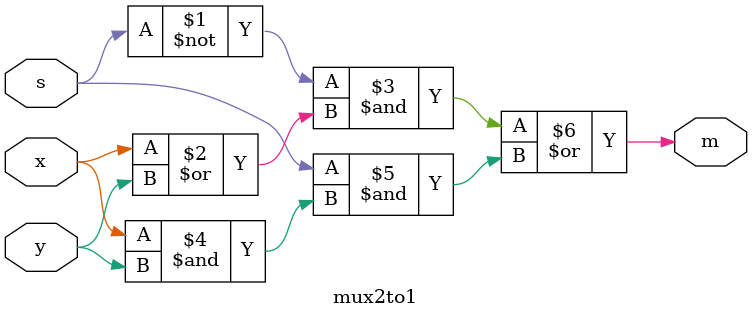
<source format=v>
module part2(input [17:0]SW, output [17:0]LEDR, output [7:0]LEDG);
	
	wire [7:0] X, Y, M;
	wire s;
			
	assign X = SW[7:0];
	assign Y = SW[15:8];
	assign s = SW[17];
	assign LEDR[15:0] = SW[15:0];
	assign LEDR[17] = SW[17];
	assign LEDG[7:0] = M;
	
	mux2to1 call1(X[0], Y[0], s, M[0]);
	mux2to1 call2(X[1], Y[1], s, M[1]);
	mux2to1 call3(X[2], Y[2], s, M[2]);
	mux2to1 call4(X[3], Y[3], s, M[3]);
	mux2to1 call5(X[4], Y[4], s, M[4]);
	mux2to1 call6(X[5], Y[5], s, M[5]);
	mux2to1 call7(X[6], Y[6], s, M[6]);
	mux2to1 call8(X[7], Y[7], s, M[7]);	
	
endmodule 

module mux2to1(input x, y, s, output m);

	assign m = (~s & (x | y)) | (s & (x & y));
	
endmodule 
</source>
